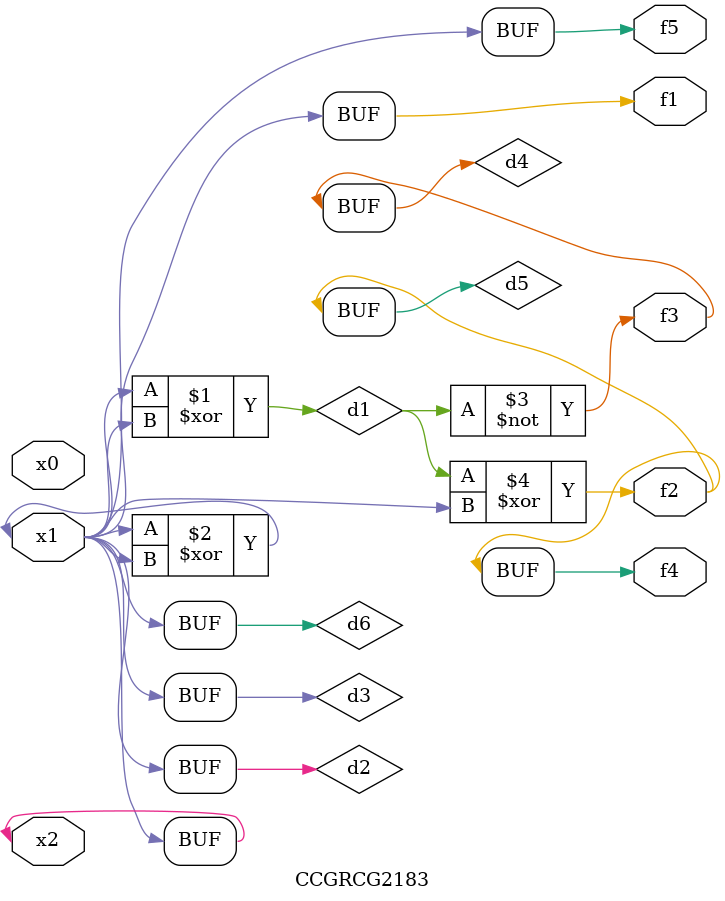
<source format=v>
module CCGRCG2183(
	input x0, x1, x2,
	output f1, f2, f3, f4, f5
);

	wire d1, d2, d3, d4, d5, d6;

	xor (d1, x1, x2);
	buf (d2, x1, x2);
	xor (d3, x1, x2);
	nor (d4, d1);
	xor (d5, d1, d2);
	buf (d6, d2, d3);
	assign f1 = d6;
	assign f2 = d5;
	assign f3 = d4;
	assign f4 = d5;
	assign f5 = d6;
endmodule

</source>
